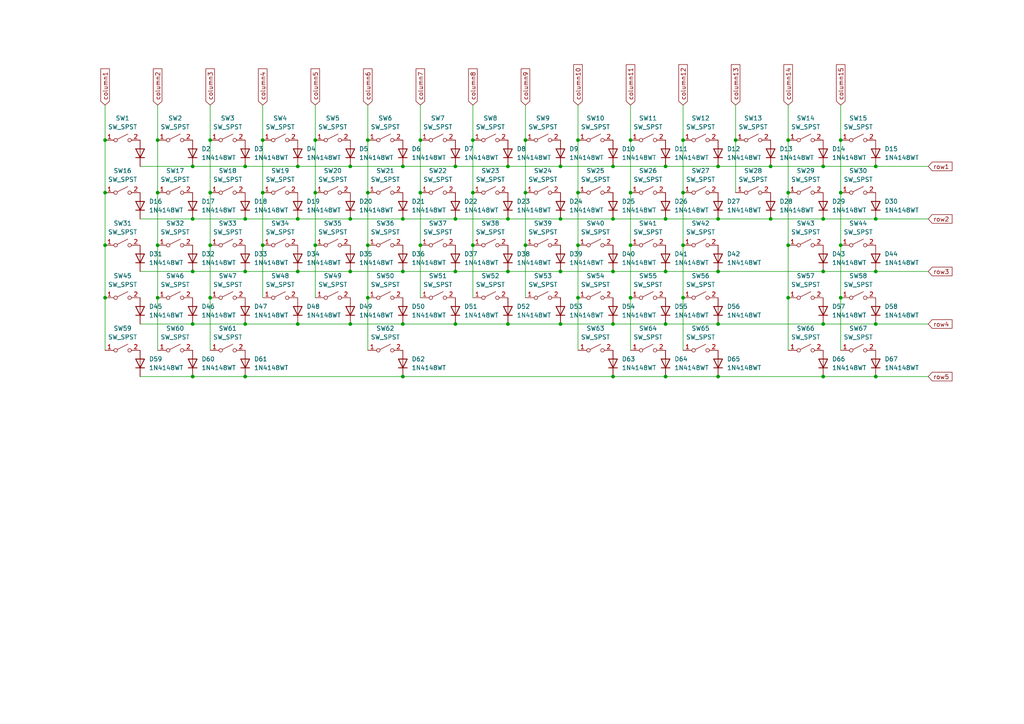
<source format=kicad_sch>
(kicad_sch (version 20250114) (generator "eeschema") (generator_version "9.0")
  (paper "A4")
  (junction (at 55.88 63.5))
  (junction (at 76.2 40.64))
  (junction (at 71.12 109.22))
  (junction (at 243.84 86.36))
  (junction (at 30.48 40.64))
  (junction (at 228.6 71.12))
  (junction (at 238.76 78.74))
  (junction (at 86.36 93.98))
  (junction (at 193.04 78.74))
  (junction (at 55.88 109.22))
  (junction (at 238.76 93.98))
  (junction (at 254 93.98))
  (junction (at 45.72 71.12))
  (junction (at 152.4 55.88))
  (junction (at 213.36 40.64))
  (junction (at 30.48 55.88))
  (junction (at 208.28 48.26))
  (junction (at 182.88 40.64))
  (junction (at 167.64 71.12))
  (junction (at 254 63.5))
  (junction (at 45.72 40.64))
  (junction (at 254 48.26))
  (junction (at 177.8 93.98))
  (junction (at 228.6 40.64))
  (junction (at 106.68 86.36))
  (junction (at 106.68 40.64))
  (junction (at 137.16 55.88))
  (junction (at 177.8 78.74))
  (junction (at 76.2 55.88))
  (junction (at 60.96 40.64))
  (junction (at 60.96 55.88))
  (junction (at 238.76 48.26))
  (junction (at 101.6 63.5))
  (junction (at 55.88 78.74))
  (junction (at 198.12 40.64))
  (junction (at 208.28 93.98))
  (junction (at 243.84 55.88))
  (junction (at 106.68 55.88))
  (junction (at 101.6 93.98))
  (junction (at 121.92 55.88))
  (junction (at 254 78.74))
  (junction (at 121.92 40.64))
  (junction (at 101.6 78.74))
  (junction (at 76.2 71.12))
  (junction (at 71.12 78.74))
  (junction (at 193.04 63.5))
  (junction (at 60.96 71.12))
  (junction (at 182.88 86.36))
  (junction (at 116.84 63.5))
  (junction (at 132.08 63.5))
  (junction (at 116.84 93.98))
  (junction (at 177.8 109.22))
  (junction (at 238.76 109.22))
  (junction (at 132.08 93.98))
  (junction (at 60.96 86.36))
  (junction (at 71.12 48.26))
  (junction (at 71.12 93.98))
  (junction (at 162.56 93.98))
  (junction (at 198.12 86.36))
  (junction (at 228.6 55.88))
  (junction (at 177.8 48.26))
  (junction (at 223.52 48.26))
  (junction (at 106.68 71.12))
  (junction (at 223.52 63.5))
  (junction (at 45.72 86.36))
  (junction (at 147.32 63.5))
  (junction (at 91.44 71.12))
  (junction (at 147.32 48.26))
  (junction (at 71.12 63.5))
  (junction (at 162.56 63.5))
  (junction (at 55.88 48.26))
  (junction (at 86.36 48.26))
  (junction (at 193.04 93.98))
  (junction (at 86.36 78.74))
  (junction (at 167.64 86.36))
  (junction (at 86.36 63.5))
  (junction (at 228.6 86.36))
  (junction (at 243.84 40.64))
  (junction (at 198.12 55.88))
  (junction (at 91.44 55.88))
  (junction (at 132.08 48.26))
  (junction (at 177.8 63.5))
  (junction (at 30.48 71.12))
  (junction (at 182.88 55.88))
  (junction (at 55.88 93.98))
  (junction (at 137.16 71.12))
  (junction (at 116.84 48.26))
  (junction (at 45.72 55.88))
  (junction (at 254 109.22))
  (junction (at 167.64 40.64))
  (junction (at 208.28 78.74))
  (junction (at 137.16 40.64))
  (junction (at 152.4 40.64))
  (junction (at 238.76 63.5))
  (junction (at 91.44 40.64))
  (junction (at 147.32 78.74))
  (junction (at 208.28 109.22))
  (junction (at 30.48 86.36))
  (junction (at 147.32 93.98))
  (junction (at 193.04 48.26))
  (junction (at 101.6 48.26))
  (junction (at 167.64 55.88))
  (junction (at 162.56 48.26))
  (junction (at 182.88 71.12))
  (junction (at 243.84 71.12))
  (junction (at 132.08 78.74))
  (junction (at 116.84 109.22))
  (junction (at 208.28 63.5))
  (junction (at 193.04 109.22))
  (junction (at 121.92 71.12))
  (junction (at 198.12 71.12))
  (junction (at 162.56 78.74))
  (junction (at 116.84 78.74))
  (junction (at 152.4 71.12))
  (no_connect (at -22.86 73.66))
  (wire (pts (xy 228.6 55.88) (xy 228.6 71.12)))
  (wire (pts (xy 86.36 48.26) (xy 101.6 48.26)))
  (wire (pts (xy 177.8 63.5) (xy 193.04 63.5)))
  (wire (pts (xy 60.96 30.48) (xy 60.96 40.64)))
  (wire (pts (xy 121.92 40.64) (xy 121.92 55.88)))
  (wire (pts (xy 40.64 48.26) (xy 55.88 48.26)))
  (wire (pts (xy 45.72 71.12) (xy 45.72 86.36)))
  (wire (pts (xy 198.12 55.88) (xy 198.12 71.12)))
  (wire (pts (xy 121.92 55.88) (xy 121.92 71.12)))
  (wire (pts (xy 71.12 93.98) (xy 86.36 93.98)))
  (wire (pts (xy 106.68 86.36) (xy 106.68 101.6)))
  (wire (pts (xy 243.84 71.12) (xy 243.84 86.36)))
  (wire (pts (xy 223.52 48.26) (xy 238.76 48.26)))
  (wire (pts (xy 162.56 63.5) (xy 177.8 63.5)))
  (wire (pts (xy 121.92 71.12) (xy 121.92 86.36)))
  (wire (pts (xy 71.12 63.5) (xy 86.36 63.5)))
  (wire (pts (xy 208.28 63.5) (xy 223.52 63.5)))
  (wire (pts (xy 193.04 78.74) (xy 208.28 78.74)))
  (wire (pts (xy 147.32 93.98) (xy 162.56 93.98)))
  (wire (pts (xy 40.64 78.74) (xy 55.88 78.74)))
  (wire (pts (xy 182.88 40.64) (xy 182.88 55.88)))
  (wire (pts (xy 71.12 109.22) (xy 116.84 109.22)))
  (wire (pts (xy 86.36 93.98) (xy 101.6 93.98)))
  (wire (pts (xy 223.52 63.5) (xy 238.76 63.5)))
  (wire (pts (xy 76.2 30.48) (xy 76.2 40.64)))
  (wire (pts (xy 208.28 93.98) (xy 238.76 93.98)))
  (wire (pts (xy 177.8 78.74) (xy 193.04 78.74)))
  (wire (pts (xy 162.56 93.98) (xy 177.8 93.98)))
  (wire (pts (xy 40.64 93.98) (xy 55.88 93.98)))
  (wire (pts (xy 106.68 71.12) (xy 106.68 86.36)))
  (wire (pts (xy 269.24 63.5) (xy 254 63.5)))
  (wire (pts (xy 76.2 71.12) (xy 76.2 86.36)))
  (wire (pts (xy 137.16 30.48) (xy 137.16 40.64)))
  (wire (pts (xy 177.8 48.26) (xy 193.04 48.26)))
  (wire (pts (xy 238.76 78.74) (xy 254 78.74)))
  (wire (pts (xy 167.64 30.48) (xy 167.64 40.64)))
  (wire (pts (xy 60.96 86.36) (xy 60.96 101.6)))
  (wire (pts (xy 137.16 55.88) (xy 137.16 71.12)))
  (wire (pts (xy 228.6 71.12) (xy 228.6 86.36)))
  (wire (pts (xy 137.16 40.64) (xy 137.16 55.88)))
  (wire (pts (xy 152.4 55.88) (xy 152.4 71.12)))
  (wire (pts (xy 60.96 40.64) (xy 60.96 55.88)))
  (wire (pts (xy 167.64 40.64) (xy 167.64 55.88)))
  (wire (pts (xy 55.88 93.98) (xy 71.12 93.98)))
  (wire (pts (xy 167.64 71.12) (xy 167.64 86.36)))
  (wire (pts (xy 228.6 86.36) (xy 228.6 101.6)))
  (wire (pts (xy 238.76 48.26) (xy 254 48.26)))
  (wire (pts (xy 71.12 48.26) (xy 86.36 48.26)))
  (wire (pts (xy 45.72 30.48) (xy 45.72 40.64)))
  (wire (pts (xy 198.12 30.48) (xy 198.12 40.64)))
  (wire (pts (xy 269.24 93.98) (xy 254 93.98)))
  (wire (pts (xy 91.44 71.12) (xy 91.44 86.36)))
  (wire (pts (xy 116.84 109.22) (xy 177.8 109.22)))
  (wire (pts (xy 101.6 93.98) (xy 116.84 93.98)))
  (wire (pts (xy 116.84 78.74) (xy 132.08 78.74)))
  (wire (pts (xy 30.48 86.36) (xy 30.48 101.6)))
  (wire (pts (xy 45.72 40.64) (xy 45.72 55.88)))
  (wire (pts (xy 76.2 55.88) (xy 76.2 71.12)))
  (wire (pts (xy 71.12 78.74) (xy 86.36 78.74)))
  (wire (pts (xy 40.64 109.22) (xy 55.88 109.22)))
  (wire (pts (xy 60.96 55.88) (xy 60.96 71.12)))
  (wire (pts (xy 147.32 63.5) (xy 162.56 63.5)))
  (wire (pts (xy 152.4 40.64) (xy 152.4 55.88)))
  (wire (pts (xy 60.96 71.12) (xy 60.96 86.36)))
  (wire (pts (xy 40.64 63.5) (xy 55.88 63.5)))
  (wire (pts (xy 243.84 30.48) (xy 243.84 40.64)))
  (wire (pts (xy 198.12 71.12) (xy 198.12 86.36)))
  (wire (pts (xy 193.04 48.26) (xy 208.28 48.26)))
  (wire (pts (xy 208.28 48.26) (xy 223.52 48.26)))
  (wire (pts (xy 116.84 63.5) (xy 132.08 63.5)))
  (wire (pts (xy 101.6 48.26) (xy 116.84 48.26)))
  (wire (pts (xy 193.04 93.98) (xy 208.28 93.98)))
  (wire (pts (xy 147.32 78.74) (xy 162.56 78.74)))
  (wire (pts (xy 193.04 63.5) (xy 208.28 63.5)))
  (wire (pts (xy 101.6 63.5) (xy 116.84 63.5)))
  (wire (pts (xy 243.84 40.64) (xy 243.84 55.88)))
  (wire (pts (xy 177.8 109.22) (xy 193.04 109.22)))
  (wire (pts (xy 137.16 71.12) (xy 137.16 86.36)))
  (wire (pts (xy 30.48 71.12) (xy 30.48 86.36)))
  (wire (pts (xy 213.36 30.48) (xy 213.36 40.64)))
  (wire (pts (xy 116.84 48.26) (xy 132.08 48.26)))
  (wire (pts (xy 182.88 55.88) (xy 182.88 71.12)))
  (wire (pts (xy 208.28 78.74) (xy 238.76 78.74)))
  (wire (pts (xy 162.56 48.26) (xy 177.8 48.26)))
  (wire (pts (xy 147.32 48.26) (xy 162.56 48.26)))
  (wire (pts (xy 177.8 93.98) (xy 193.04 93.98)))
  (wire (pts (xy 198.12 86.36) (xy 198.12 101.6)))
  (wire (pts (xy 182.88 30.48) (xy 182.88 40.64)))
  (wire (pts (xy 45.72 86.36) (xy 45.72 101.6)))
  (wire (pts (xy 167.64 86.36) (xy 167.64 101.6)))
  (wire (pts (xy 30.48 55.88) (xy 30.48 71.12)))
  (wire (pts (xy 152.4 71.12) (xy 152.4 86.36)))
  (wire (pts (xy 91.44 55.88) (xy 91.44 71.12)))
  (wire (pts (xy 238.76 109.22) (xy 254 109.22)))
  (wire (pts (xy 91.44 30.48) (xy 91.44 40.64)))
  (wire (pts (xy 86.36 78.74) (xy 101.6 78.74)))
  (wire (pts (xy 106.68 55.88) (xy 106.68 71.12)))
  (wire (pts (xy 45.72 55.88) (xy 45.72 71.12)))
  (wire (pts (xy 228.6 40.64) (xy 228.6 55.88)))
  (wire (pts (xy 30.48 30.48) (xy 30.48 40.64)))
  (wire (pts (xy 121.92 30.48) (xy 121.92 40.64)))
  (wire (pts (xy 193.04 109.22) (xy 208.28 109.22)))
  (wire (pts (xy 238.76 93.98) (xy 254 93.98)))
  (wire (pts (xy 116.84 93.98) (xy 132.08 93.98)))
  (wire (pts (xy 55.88 48.26) (xy 71.12 48.26)))
  (wire (pts (xy 132.08 78.74) (xy 147.32 78.74)))
  (wire (pts (xy 55.88 63.5) (xy 71.12 63.5)))
  (wire (pts (xy 162.56 78.74) (xy 177.8 78.74)))
  (wire (pts (xy 238.76 63.5) (xy 254 63.5)))
  (wire (pts (xy 55.88 109.22) (xy 71.12 109.22)))
  (wire (pts (xy 198.12 40.64) (xy 198.12 55.88)))
  (wire (pts (xy 182.88 71.12) (xy 182.88 86.36)))
  (wire (pts (xy 101.6 78.74) (xy 116.84 78.74)))
  (wire (pts (xy 269.24 78.74) (xy 254 78.74)))
  (wire (pts (xy 106.68 30.48) (xy 106.68 40.64)))
  (wire (pts (xy 228.6 30.48) (xy 228.6 40.64)))
  (wire (pts (xy 55.88 78.74) (xy 71.12 78.74)))
  (wire (pts (xy 86.36 63.5) (xy 101.6 63.5)))
  (wire (pts (xy 132.08 48.26) (xy 147.32 48.26)))
  (wire (pts (xy 152.4 30.48) (xy 152.4 40.64)))
  (wire (pts (xy 182.88 86.36) (xy 182.88 101.6)))
  (wire (pts (xy 243.84 86.36) (xy 243.84 101.6)))
  (wire (pts (xy 132.08 63.5) (xy 147.32 63.5)))
  (wire (pts (xy 30.48 40.64) (xy 30.48 55.88)))
  (wire (pts (xy 208.28 109.22) (xy 238.76 109.22)))
  (wire (pts (xy 167.64 55.88) (xy 167.64 71.12)))
  (wire (pts (xy 254 109.22) (xy 269.24 109.22)))
  (wire (pts (xy 76.2 40.64) (xy 76.2 55.88)))
  (wire (pts (xy 254 48.26) (xy 269.24 48.26)))
  (wire (pts (xy 132.08 93.98) (xy 147.32 93.98)))
  (wire (pts (xy 243.84 55.88) (xy 243.84 71.12)))
  (wire (pts (xy 91.44 40.64) (xy 91.44 55.88)))
  (wire (pts (xy 213.36 40.64) (xy 213.36 55.88)))
  (wire (pts (xy 106.68 40.64) (xy 106.68 55.88)))
  (global_label "column10" (shape input) (at 167.64 30.48 90) (property "Intersheetrefs" "${INTERSHEET_REFS}" (effects (hide yes))))
  (global_label "row2" (shape input) (at 269.24 63.5 0) (property "Intersheetrefs" "${INTERSHEET_REFS}" (effects (hide yes))))
  (global_label "column13" (shape input) (at 213.36 30.48 90) (property "Intersheetrefs" "${INTERSHEET_REFS}" (effects (hide yes))))
  (global_label "column3" (shape input) (at 60.96 30.48 90) (property "Intersheetrefs" "${INTERSHEET_REFS}" (effects (hide yes))))
  (global_label "column15" (shape input) (at 243.84 30.48 90) (property "Intersheetrefs" "${INTERSHEET_REFS}" (effects (hide yes))))
  (global_label "row3" (shape input) (at 269.24 78.74 0) (property "Intersheetrefs" "${INTERSHEET_REFS}" (effects (hide yes))))
  (global_label "column9" (shape input) (at 152.4 30.48 90) (property "Intersheetrefs" "${INTERSHEET_REFS}" (effects (hide yes))))
  (global_label "column2" (shape input) (at 45.72 30.48 90) (property "Intersheetrefs" "${INTERSHEET_REFS}" (effects (hide yes))))
  (global_label "column1" (shape input) (at 30.48 30.48 90) (property "Intersheetrefs" "${INTERSHEET_REFS}" (effects (hide yes))))
  (global_label "column11" (shape input) (at 182.88 30.48 90) (property "Intersheetrefs" "${INTERSHEET_REFS}" (effects (hide yes))))
  (global_label "column8" (shape input) (at 137.16 30.48 90) (property "Intersheetrefs" "${INTERSHEET_REFS}" (effects (hide yes))))
  (global_label "row1" (shape input) (at 269.24 48.26 0) (property "Intersheetrefs" "${INTERSHEET_REFS}" (effects (hide yes))))
  (global_label "row4" (shape input) (at 269.24 93.98 0) (property "Intersheetrefs" "${INTERSHEET_REFS}" (effects (hide yes))))
  (global_label "row5" (shape input) (at 269.24 109.22 0) (property "Intersheetrefs" "${INTERSHEET_REFS}" (effects (hide yes))))
  (global_label "column6" (shape input) (at 106.68 30.48 90) (property "Intersheetrefs" "${INTERSHEET_REFS}" (effects (hide yes))))
  (global_label "column5" (shape input) (at 91.44 30.48 90) (property "Intersheetrefs" "${INTERSHEET_REFS}" (effects (hide yes))))
  (global_label "column7" (shape input) (at 121.92 30.48 90) (property "Intersheetrefs" "${INTERSHEET_REFS}" (effects (hide yes))))
  (global_label "column12" (shape input) (at 198.12 30.48 90) (property "Intersheetrefs" "${INTERSHEET_REFS}" (effects (hide yes))))
  (global_label "column14" (shape input) (at 228.6 30.48 90) (property "Intersheetrefs" "${INTERSHEET_REFS}" (effects (hide yes))))
  (global_label "column4" (shape input) (at 76.2 30.48 90) (property "Intersheetrefs" "${INTERSHEET_REFS}" (effects (hide yes))))
  (symbol (lib_id "Switch:SW_SPST") (at 50.8 71.12 0) (unit 1)
    (property "Reference" "SW32" (at 50.8 64.77 0))
    (property "Value" "SW_SPST" (at 50.8 67.31 0))
    (property "Footprint" "extra footprints:Kailh_socket_PG1350" (effects (hide yes)))
    (property "Description" "Single Pole Single Throw (SPST) switch" (effects (hide yes)))
  )
  (symbol (lib_id "Switch:SW_SPST") (at 127 55.88 0) (unit 1)
    (property "Reference" "SW22" (at 127 49.53 0))
    (property "Value" "SW_SPST" (at 127 52.07 0))
    (property "Footprint" "extra footprints:Kailh_socket_PG1350" (effects (hide yes)))
    (property "Description" "Single Pole Single Throw (SPST) switch" (effects (hide yes)))
  )
  (symbol (lib_id "Switch:SW_SPST") (at 142.24 55.88 0) (unit 1)
    (property "Reference" "SW23" (at 142.24 49.53 0))
    (property "Value" "SW_SPST" (at 142.24 52.07 0))
    (property "Footprint" "extra footprints:Kailh_socket_PG1350" (effects (hide yes)))
    (property "Description" "Single Pole Single Throw (SPST) switch" (effects (hide yes)))
  )
  (symbol (lib_id "Switch:SW_SPST") (at 157.48 86.36 0) (unit 1)
    (property "Reference" "SW53" (at 157.48 80.01 0))
    (property "Value" "SW_SPST" (at 157.48 82.55 0))
    (property "Footprint" "extra footprints:Kailh_socket_PG1350" (effects (hide yes)))
    (property "Description" "Single Pole Single Throw (SPST) switch" (effects (hide yes)))
  )
  (symbol (lib_id "Diode:1N4148WT") (at 223.52 59.69 90) (unit 1)
    (property "Reference" "D28" (at 226.06 58.4199 90) (effects (justify right)))
    (property "Value" "1N4148WT" (at 226.06 60.9599 90) (effects (justify right)))
    (property "Footprint" "Diode_SMD:D_SOD-523" (effects (hide yes)))
    (property "Datasheet" "https://www.diodes.com/assets/Datasheets/ds30396.pdf" (effects (hide yes)))
    (property "Description" "75V 0.15A Fast switching Diode, SOD-523" (effects (hide yes)))
    (property "Sim.Device" "D" (effects (hide yes)))
    (property "Sim.Pins" "1=K 2=A" (effects (hide yes)))
  )
  (symbol (lib_id "Diode:1N4148WT") (at 40.64 105.41 90) (unit 1)
    (property "Reference" "D59" (at 43.18 104.1399 90) (effects (justify right)))
    (property "Value" "1N4148WT" (at 43.18 106.6799 90) (effects (justify right)))
    (property "Footprint" "Diode_SMD:D_SOD-523" (effects (hide yes)))
    (property "Datasheet" "https://www.diodes.com/assets/Datasheets/ds30396.pdf" (effects (hide yes)))
    (property "Description" "75V 0.15A Fast switching Diode, SOD-523" (effects (hide yes)))
    (property "Sim.Device" "D" (effects (hide yes)))
    (property "Sim.Pins" "1=K 2=A" (effects (hide yes)))
  )
  (symbol (lib_id "Switch:SW_SPST") (at 35.56 101.6 0) (unit 1)
    (property "Reference" "SW59" (at 35.56 95.25 0))
    (property "Value" "SW_SPST" (at 35.56 97.79 0))
    (property "Footprint" "extra footprints:Kailh_socket_PG1350" (effects (hide yes)))
    (property "Description" "Single Pole Single Throw (SPST) switch" (effects (hide yes)))
  )
  (symbol (lib_id "Switch:SW_SPST") (at 50.8 40.64 0) (unit 1)
    (property "Reference" "SW2" (at 50.8 34.29 0))
    (property "Value" "SW_SPST" (at 50.8 36.83 0))
    (property "Footprint" "extra footprints:Kailh_socket_PG1350" (effects (hide yes)))
    (property "Description" "Single Pole Single Throw (SPST) switch" (effects (hide yes)))
  )
  (symbol (lib_id "Switch:SW_SPST") (at 233.68 71.12 0) (unit 1)
    (property "Reference" "SW43" (at 233.68 64.77 0))
    (property "Value" "SW_SPST" (at 233.68 67.31 0))
    (property "Footprint" "extra footprints:Kailh_socket_PG1350" (effects (hide yes)))
    (property "Description" "Single Pole Single Throw (SPST) switch" (effects (hide yes)))
  )
  (symbol (lib_id "Diode:1N4148WT") (at 116.84 90.17 90) (unit 1)
    (property "Reference" "D50" (at 119.38 88.8999 90) (effects (justify right)))
    (property "Value" "1N4148WT" (at 119.38 91.4399 90) (effects (justify right)))
    (property "Footprint" "Diode_SMD:D_SOD-523" (effects (hide yes)))
    (property "Datasheet" "https://www.diodes.com/assets/Datasheets/ds30396.pdf" (effects (hide yes)))
    (property "Description" "75V 0.15A Fast switching Diode, SOD-523" (effects (hide yes)))
    (property "Sim.Device" "D" (effects (hide yes)))
    (property "Sim.Pins" "1=K 2=A" (effects (hide yes)))
  )
  (symbol (lib_id "Diode:1N4148WT") (at 193.04 105.41 90) (unit 1)
    (property "Reference" "D64" (at 195.58 104.1399 90) (effects (justify right)))
    (property "Value" "1N4148WT" (at 195.58 106.6799 90) (effects (justify right)))
    (property "Footprint" "Diode_SMD:D_SOD-523" (effects (hide yes)))
    (property "Datasheet" "https://www.diodes.com/assets/Datasheets/ds30396.pdf" (effects (hide yes)))
    (property "Description" "75V 0.15A Fast switching Diode, SOD-523" (effects (hide yes)))
    (property "Sim.Device" "D" (effects (hide yes)))
    (property "Sim.Pins" "1=K 2=A" (effects (hide yes)))
  )
  (symbol (lib_id "Diode:1N4148WT") (at 147.32 44.45 90) (unit 1)
    (property "Reference" "D8" (at 149.86 43.1799 90) (effects (justify right)))
    (property "Value" "1N4148WT" (at 149.86 45.7199 90) (effects (justify right)))
    (property "Footprint" "Diode_SMD:D_SOD-523" (effects (hide yes)))
    (property "Datasheet" "https://www.diodes.com/assets/Datasheets/ds30396.pdf" (effects (hide yes)))
    (property "Description" "75V 0.15A Fast switching Diode, SOD-523" (effects (hide yes)))
    (property "Sim.Device" "D" (effects (hide yes)))
    (property "Sim.Pins" "1=K 2=A" (effects (hide yes)))
  )
  (symbol (lib_id "Diode:1N4148WT") (at 71.12 105.41 90) (unit 1)
    (property "Reference" "D61" (at 73.66 104.1399 90) (effects (justify right)))
    (property "Value" "1N4148WT" (at 73.66 106.6799 90) (effects (justify right)))
    (property "Footprint" "Diode_SMD:D_SOD-523" (effects (hide yes)))
    (property "Datasheet" "https://www.diodes.com/assets/Datasheets/ds30396.pdf" (effects (hide yes)))
    (property "Description" "75V 0.15A Fast switching Diode, SOD-523" (effects (hide yes)))
    (property "Sim.Device" "D" (effects (hide yes)))
    (property "Sim.Pins" "1=K 2=A" (effects (hide yes)))
  )
  (symbol (lib_id "Switch:SW_SPST") (at 111.76 86.36 0) (unit 1)
    (property "Reference" "SW50" (at 111.76 80.01 0))
    (property "Value" "SW_SPST" (at 111.76 82.55 0))
    (property "Footprint" "extra footprints:Kailh_socket_PG1350" (effects (hide yes)))
    (property "Description" "Single Pole Single Throw (SPST) switch" (effects (hide yes)))
  )
  (symbol (lib_id "Switch:SW_SPST") (at 127 86.36 0) (unit 1)
    (property "Reference" "SW51" (at 127 80.01 0))
    (property "Value" "SW_SPST" (at 127 82.55 0))
    (property "Footprint" "extra footprints:Kailh_socket_PG1350" (effects (hide yes)))
    (property "Description" "Single Pole Single Throw (SPST) switch" (effects (hide yes)))
  )
  (symbol (lib_id "Diode:1N4148WT") (at 86.36 74.93 90) (unit 1)
    (property "Reference" "D34" (at 88.9 73.6599 90) (effects (justify right)))
    (property "Value" "1N4148WT" (at 88.9 76.1999 90) (effects (justify right)))
    (property "Footprint" "Diode_SMD:D_SOD-523" (effects (hide yes)))
    (property "Datasheet" "https://www.diodes.com/assets/Datasheets/ds30396.pdf" (effects (hide yes)))
    (property "Description" "75V 0.15A Fast switching Diode, SOD-523" (effects (hide yes)))
    (property "Sim.Device" "D" (effects (hide yes)))
    (property "Sim.Pins" "1=K 2=A" (effects (hide yes)))
  )
  (symbol (lib_id "Switch:SW_SPST") (at 142.24 86.36 0) (unit 1)
    (property "Reference" "SW52" (at 142.24 80.01 0))
    (property "Value" "SW_SPST" (at 142.24 82.55 0))
    (property "Footprint" "extra footprints:Kailh_socket_PG1350" (effects (hide yes)))
    (property "Description" "Single Pole Single Throw (SPST) switch" (effects (hide yes)))
  )
  (symbol (lib_id "Switch:SW_SPST") (at 172.72 71.12 0) (unit 1)
    (property "Reference" "SW40" (at 172.72 64.77 0))
    (property "Value" "SW_SPST" (at 172.72 67.31 0))
    (property "Footprint" "extra footprints:Kailh_socket_PG1350" (effects (hide yes)))
    (property "Description" "Single Pole Single Throw (SPST) switch" (effects (hide yes)))
  )
  (symbol (lib_id "Diode:1N4148WT") (at 40.64 74.93 90) (unit 1)
    (property "Reference" "D31" (at 43.18 73.6599 90) (effects (justify right)))
    (property "Value" "1N4148WT" (at 43.18 76.1999 90) (effects (justify right)))
    (property "Footprint" "Diode_SMD:D_SOD-523" (effects (hide yes)))
    (property "Datasheet" "https://www.diodes.com/assets/Datasheets/ds30396.pdf" (effects (hide yes)))
    (property "Description" "75V 0.15A Fast switching Diode, SOD-523" (effects (hide yes)))
    (property "Sim.Device" "D" (effects (hide yes)))
    (property "Sim.Pins" "1=K 2=A" (effects (hide yes)))
  )
  (symbol (lib_id "Switch:SW_SPST") (at 96.52 86.36 0) (unit 1)
    (property "Reference" "SW49" (at 96.52 80.01 0))
    (property "Value" "SW_SPST" (at 96.52 82.55 0))
    (property "Footprint" "extra footprints:Kailh_socket_PG1350" (effects (hide yes)))
    (property "Description" "Single Pole Single Throw (SPST) switch" (effects (hide yes)))
  )
  (symbol (lib_id "Diode:1N4148WT") (at 55.88 105.41 90) (unit 1)
    (property "Reference" "D60" (at 58.42 104.1399 90) (effects (justify right)))
    (property "Value" "1N4148WT" (at 58.42 106.6799 90) (effects (justify right)))
    (property "Footprint" "Diode_SMD:D_SOD-523" (effects (hide yes)))
    (property "Datasheet" "https://www.diodes.com/assets/Datasheets/ds30396.pdf" (effects (hide yes)))
    (property "Description" "75V 0.15A Fast switching Diode, SOD-523" (effects (hide yes)))
    (property "Sim.Device" "D" (effects (hide yes)))
    (property "Sim.Pins" "1=K 2=A" (effects (hide yes)))
  )
  (symbol (lib_id "Switch:SW_SPST") (at 142.24 40.64 0) (unit 1)
    (property "Reference" "SW8" (at 142.24 34.29 0))
    (property "Value" "SW_SPST" (at 142.24 36.83 0))
    (property "Footprint" "extra footprints:Kailh_socket_PG1350" (effects (hide yes)))
    (property "Description" "Single Pole Single Throw (SPST) switch" (effects (hide yes)))
  )
  (symbol (lib_id "Switch:SW_SPST") (at 218.44 55.88 0) (unit 1)
    (property "Reference" "SW28" (at 218.44 49.53 0))
    (property "Value" "SW_SPST" (at 218.44 52.07 0))
    (property "Footprint" "extra footprints:Kailh_socket_PG1350" (effects (hide yes)))
    (property "Description" "Single Pole Single Throw (SPST) switch" (effects (hide yes)))
  )
  (symbol (lib_id "Diode:1N4148WT") (at 238.76 44.45 90) (unit 1)
    (property "Reference" "D14" (at 241.3 43.1799 90) (effects (justify right)))
    (property "Value" "1N4148WT" (at 241.3 45.7199 90) (effects (justify right)))
    (property "Footprint" "Diode_SMD:D_SOD-523" (effects (hide yes)))
    (property "Datasheet" "https://www.diodes.com/assets/Datasheets/ds30396.pdf" (effects (hide yes)))
    (property "Description" "75V 0.15A Fast switching Diode, SOD-523" (effects (hide yes)))
    (property "Sim.Device" "D" (effects (hide yes)))
    (property "Sim.Pins" "1=K 2=A" (effects (hide yes)))
  )
  (symbol (lib_id "Switch:SW_SPST") (at 157.48 55.88 0) (unit 1)
    (property "Reference" "SW24" (at 157.48 49.53 0))
    (property "Value" "SW_SPST" (at 157.48 52.07 0))
    (property "Footprint" "extra footprints:Kailh_socket_PG1350" (effects (hide yes)))
    (property "Description" "Single Pole Single Throw (SPST) switch" (effects (hide yes)))
  )
  (symbol (lib_id "Diode:1N4148WT") (at 55.88 59.69 90) (unit 1)
    (property "Reference" "D17" (at 58.42 58.4199 90) (effects (justify right)))
    (property "Value" "1N4148WT" (at 58.42 60.9599 90) (effects (justify right)))
    (property "Footprint" "Diode_SMD:D_SOD-523" (effects (hide yes)))
    (property "Datasheet" "https://www.diodes.com/assets/Datasheets/ds30396.pdf" (effects (hide yes)))
    (property "Description" "75V 0.15A Fast switching Diode, SOD-523" (effects (hide yes)))
    (property "Sim.Device" "D" (effects (hide yes)))
    (property "Sim.Pins" "1=K 2=A" (effects (hide yes)))
  )
  (symbol (lib_id "Switch:SW_SPST") (at 111.76 40.64 0) (unit 1)
    (property "Reference" "SW6" (at 111.76 34.29 0))
    (property "Value" "SW_SPST" (at 111.76 36.83 0))
    (property "Footprint" "extra footprints:Kailh_socket_PG1350" (effects (hide yes)))
    (property "Description" "Single Pole Single Throw (SPST) switch" (effects (hide yes)))
  )
  (symbol (lib_id "Switch:SW_SPST") (at 35.56 40.64 0) (unit 1)
    (property "Reference" "SW1" (at 35.56 34.29 0))
    (property "Value" "SW_SPST" (at 35.56 36.83 0))
    (property "Footprint" "extra footprints:Kailh_socket_PG1350" (effects (hide yes)))
    (property "Description" "Single Pole Single Throw (SPST) switch" (effects (hide yes)))
  )
  (symbol (lib_id "Switch:SW_SPST") (at 66.04 40.64 0) (unit 1)
    (property "Reference" "SW3" (at 66.04 34.29 0))
    (property "Value" "SW_SPST" (at 66.04 36.83 0))
    (property "Footprint" "extra footprints:Kailh_socket_PG1350" (effects (hide yes)))
    (property "Description" "Single Pole Single Throw (SPST) switch" (effects (hide yes)))
  )
  (symbol (lib_id "Diode:1N4148WT") (at 254 74.93 90) (unit 1)
    (property "Reference" "D44" (at 256.54 73.6599 90) (effects (justify right)))
    (property "Value" "1N4148WT" (at 256.54 76.1999 90) (effects (justify right)))
    (property "Footprint" "Diode_SMD:D_SOD-523" (effects (hide yes)))
    (property "Datasheet" "https://www.diodes.com/assets/Datasheets/ds30396.pdf" (effects (hide yes)))
    (property "Description" "75V 0.15A Fast switching Diode, SOD-523" (effects (hide yes)))
    (property "Sim.Device" "D" (effects (hide yes)))
    (property "Sim.Pins" "1=K 2=A" (effects (hide yes)))
  )
  (symbol (lib_id "Switch:SW_SPST") (at 203.2 71.12 0) (unit 1)
    (property "Reference" "SW42" (at 203.2 64.77 0))
    (property "Value" "SW_SPST" (at 203.2 67.31 0))
    (property "Footprint" "extra footprints:Kailh_socket_PG1350" (effects (hide yes)))
    (property "Description" "Single Pole Single Throw (SPST) switch" (effects (hide yes)))
  )
  (symbol (lib_id "Switch:SW_SPST") (at 248.92 40.64 0) (unit 1)
    (property "Reference" "SW15" (at 248.92 34.29 0))
    (property "Value" "SW_SPST" (at 248.92 36.83 0))
    (property "Footprint" "extra footprints:Kailh_socket_PG1350" (effects (hide yes)))
    (property "Description" "Single Pole Single Throw (SPST) switch" (effects (hide yes)))
  )
  (symbol (lib_id "Switch:SW_SPST") (at 127 40.64 0) (unit 1)
    (property "Reference" "SW7" (at 127 34.29 0))
    (property "Value" "SW_SPST" (at 127 36.83 0))
    (property "Footprint" "extra footprints:Kailh_socket_PG1350" (effects (hide yes)))
    (property "Description" "Single Pole Single Throw (SPST) switch" (effects (hide yes)))
  )
  (symbol (lib_id "Diode:1N4148WT") (at 162.56 44.45 90) (unit 1)
    (property "Reference" "D9" (at 165.1 43.1799 90) (effects (justify right)))
    (property "Value" "1N4148WT" (at 165.1 45.7199 90) (effects (justify right)))
    (property "Footprint" "Diode_SMD:D_SOD-523" (effects (hide yes)))
    (property "Datasheet" "https://www.diodes.com/assets/Datasheets/ds30396.pdf" (effects (hide yes)))
    (property "Description" "75V 0.15A Fast switching Diode, SOD-523" (effects (hide yes)))
    (property "Sim.Device" "D" (effects (hide yes)))
    (property "Sim.Pins" "1=K 2=A" (effects (hide yes)))
  )
  (symbol (lib_id "Switch:SW_SPST") (at 127 71.12 0) (unit 1)
    (property "Reference" "SW37" (at 127 64.77 0))
    (property "Value" "SW_SPST" (at 127 67.31 0))
    (property "Footprint" "extra footprints:Kailh_socket_PG1350" (effects (hide yes)))
    (property "Description" "Single Pole Single Throw (SPST) switch" (effects (hide yes)))
  )
  (symbol (lib_id "Switch:SW_SPST") (at 111.76 71.12 0) (unit 1)
    (property "Reference" "SW36" (at 111.76 64.77 0))
    (property "Value" "SW_SPST" (at 111.76 67.31 0))
    (property "Footprint" "extra footprints:Kailh_socket_PG1350" (effects (hide yes)))
    (property "Description" "Single Pole Single Throw (SPST) switch" (effects (hide yes)))
  )
  (symbol (lib_id "Diode:1N4148WT") (at 254 105.41 90) (unit 1)
    (property "Reference" "D67" (at 256.54 104.1399 90) (effects (justify right)))
    (property "Value" "1N4148WT" (at 256.54 106.6799 90) (effects (justify right)))
    (property "Footprint" "Diode_SMD:D_SOD-523" (effects (hide yes)))
    (property "Datasheet" "https://www.diodes.com/assets/Datasheets/ds30396.pdf" (effects (hide yes)))
    (property "Description" "75V 0.15A Fast switching Diode, SOD-523" (effects (hide yes)))
    (property "Sim.Device" "D" (effects (hide yes)))
    (property "Sim.Pins" "1=K 2=A" (effects (hide yes)))
  )
  (symbol (lib_id "Diode:1N4148WT") (at 177.8 105.41 90) (unit 1)
    (property "Reference" "D63" (at 180.34 104.1399 90) (effects (justify right)))
    (property "Value" "1N4148WT" (at 180.34 106.6799 90) (effects (justify right)))
    (property "Footprint" "Diode_SMD:D_SOD-523" (effects (hide yes)))
    (property "Datasheet" "https://www.diodes.com/assets/Datasheets/ds30396.pdf" (effects (hide yes)))
    (property "Description" "75V 0.15A Fast switching Diode, SOD-523" (effects (hide yes)))
    (property "Sim.Device" "D" (effects (hide yes)))
    (property "Sim.Pins" "1=K 2=A" (effects (hide yes)))
  )
  (symbol (lib_id "Diode:1N4148WT") (at 116.84 105.41 90) (unit 1)
    (property "Reference" "D62" (at 119.38 104.1399 90) (effects (justify right)))
    (property "Value" "1N4148WT" (at 119.38 106.6799 90) (effects (justify right)))
    (property "Footprint" "Diode_SMD:D_SOD-523" (effects (hide yes)))
    (property "Datasheet" "https://www.diodes.com/assets/Datasheets/ds30396.pdf" (effects (hide yes)))
    (property "Description" "75V 0.15A Fast switching Diode, SOD-523" (effects (hide yes)))
    (property "Sim.Device" "D" (effects (hide yes)))
    (property "Sim.Pins" "1=K 2=A" (effects (hide yes)))
  )
  (symbol (lib_id "Switch:SW_SPST") (at 203.2 40.64 0) (unit 1)
    (property "Reference" "SW12" (at 203.2 34.29 0))
    (property "Value" "SW_SPST" (at 203.2 36.83 0))
    (property "Footprint" "extra footprints:Kailh_socket_PG1350" (effects (hide yes)))
    (property "Description" "Single Pole Single Throw (SPST) switch" (effects (hide yes)))
  )
  (symbol (lib_id "Diode:1N4148WT") (at 223.52 44.45 90) (unit 1)
    (property "Reference" "D13" (at 226.06 43.1799 90) (effects (justify right)))
    (property "Value" "1N4148WT" (at 226.06 45.7199 90) (effects (justify right)))
    (property "Footprint" "Diode_SMD:D_SOD-523" (effects (hide yes)))
    (property "Datasheet" "https://www.diodes.com/assets/Datasheets/ds30396.pdf" (effects (hide yes)))
    (property "Description" "75V 0.15A Fast switching Diode, SOD-523" (effects (hide yes)))
    (property "Sim.Device" "D" (effects (hide yes)))
    (property "Sim.Pins" "1=K 2=A" (effects (hide yes)))
  )
  (symbol (lib_id "Diode:1N4148WT") (at 86.36 90.17 90) (unit 1)
    (property "Reference" "D48" (at 88.9 88.8999 90) (effects (justify right)))
    (property "Value" "1N4148WT" (at 88.9 91.4399 90) (effects (justify right)))
    (property "Footprint" "Diode_SMD:D_SOD-523" (effects (hide yes)))
    (property "Datasheet" "https://www.diodes.com/assets/Datasheets/ds30396.pdf" (effects (hide yes)))
    (property "Description" "75V 0.15A Fast switching Diode, SOD-523" (effects (hide yes)))
    (property "Sim.Device" "D" (effects (hide yes)))
    (property "Sim.Pins" "1=K 2=A" (effects (hide yes)))
  )
  (symbol (lib_id "Diode:1N4148WT") (at 116.84 59.69 90) (unit 1)
    (property "Reference" "D21" (at 119.38 58.4199 90) (effects (justify right)))
    (property "Value" "1N4148WT" (at 119.38 60.9599 90) (effects (justify right)))
    (property "Footprint" "Diode_SMD:D_SOD-523" (effects (hide yes)))
    (property "Datasheet" "https://www.diodes.com/assets/Datasheets/ds30396.pdf" (effects (hide yes)))
    (property "Description" "75V 0.15A Fast switching Diode, SOD-523" (effects (hide yes)))
    (property "Sim.Device" "D" (effects (hide yes)))
    (property "Sim.Pins" "1=K 2=A" (effects (hide yes)))
  )
  (symbol (lib_id "Diode:1N4148WT") (at 177.8 59.69 90) (unit 1)
    (property "Reference" "D25" (at 180.34 58.4199 90) (effects (justify right)))
    (property "Value" "1N4148WT" (at 180.34 60.9599 90) (effects (justify right)))
    (property "Footprint" "Diode_SMD:D_SOD-523" (effects (hide yes)))
    (property "Datasheet" "https://www.diodes.com/assets/Datasheets/ds30396.pdf" (effects (hide yes)))
    (property "Description" "75V 0.15A Fast switching Diode, SOD-523" (effects (hide yes)))
    (property "Sim.Device" "D" (effects (hide yes)))
    (property "Sim.Pins" "1=K 2=A" (effects (hide yes)))
  )
  (symbol (lib_id "Switch:SW_SPST") (at 96.52 55.88 0) (unit 1)
    (property "Reference" "SW20" (at 96.52 49.53 0))
    (property "Value" "SW_SPST" (at 96.52 52.07 0))
    (property "Footprint" "extra footprints:Kailh_socket_PG1350" (effects (hide yes)))
    (property "Description" "Single Pole Single Throw (SPST) switch" (effects (hide yes)))
  )
  (symbol (lib_id "Switch:SW_SPST") (at 248.92 86.36 0) (unit 1)
    (property "Reference" "SW58" (at 248.92 80.01 0))
    (property "Value" "SW_SPST" (at 248.92 82.55 0))
    (property "Footprint" "extra footprints:Kailh_socket_PG1350" (effects (hide yes)))
    (property "Description" "Single Pole Single Throw (SPST) switch" (effects (hide yes)))
  )
  (symbol (lib_id "Switch:SW_SPST") (at 187.96 101.6 0) (unit 1)
    (property "Reference" "SW64" (at 187.96 95.25 0))
    (property "Value" "SW_SPST" (at 187.96 97.79 0))
    (property "Footprint" "extra footprints:Kailh_socket_PG1350" (effects (hide yes)))
    (property "Description" "Single Pole Single Throw (SPST) switch" (effects (hide yes)))
  )
  (symbol (lib_id "Diode:1N4148WT") (at 71.12 59.69 90) (unit 1)
    (property "Reference" "D18" (at 73.66 58.4199 90) (effects (justify right)))
    (property "Value" "1N4148WT" (at 73.66 60.9599 90) (effects (justify right)))
    (property "Footprint" "Diode_SMD:D_SOD-523" (effects (hide yes)))
    (property "Datasheet" "https://www.diodes.com/assets/Datasheets/ds30396.pdf" (effects (hide yes)))
    (property "Description" "75V 0.15A Fast switching Diode, SOD-523" (effects (hide yes)))
    (property "Sim.Device" "D" (effects (hide yes)))
    (property "Sim.Pins" "1=K 2=A" (effects (hide yes)))
  )
  (symbol (lib_id "Diode:1N4148WT") (at 177.8 74.93 90) (unit 1)
    (property "Reference" "D40" (at 180.34 73.6599 90) (effects (justify right)))
    (property "Value" "1N4148WT" (at 180.34 76.1999 90) (effects (justify right)))
    (property "Footprint" "Diode_SMD:D_SOD-523" (effects (hide yes)))
    (property "Datasheet" "https://www.diodes.com/assets/Datasheets/ds30396.pdf" (effects (hide yes)))
    (property "Description" "75V 0.15A Fast switching Diode, SOD-523" (effects (hide yes)))
    (property "Sim.Device" "D" (effects (hide yes)))
    (property "Sim.Pins" "1=K 2=A" (effects (hide yes)))
  )
  (symbol (lib_id "Switch:SW_SPST") (at 172.72 55.88 0) (unit 1)
    (property "Reference" "SW25" (at 172.72 49.53 0))
    (property "Value" "SW_SPST" (at 172.72 52.07 0))
    (property "Footprint" "extra footprints:Kailh_socket_PG1350" (effects (hide yes)))
    (property "Description" "Single Pole Single Throw (SPST) switch" (effects (hide yes)))
  )
  (symbol (lib_id "Diode:1N4148WT") (at 193.04 74.93 90) (unit 1)
    (property "Reference" "D41" (at 195.58 73.6599 90) (effects (justify right)))
    (property "Value" "1N4148WT" (at 195.58 76.1999 90) (effects (justify right)))
    (property "Footprint" "Diode_SMD:D_SOD-523" (effects (hide yes)))
    (property "Datasheet" "https://www.diodes.com/assets/Datasheets/ds30396.pdf" (effects (hide yes)))
    (property "Description" "75V 0.15A Fast switching Diode, SOD-523" (effects (hide yes)))
    (property "Sim.Device" "D" (effects (hide yes)))
    (property "Sim.Pins" "1=K 2=A" (effects (hide yes)))
  )
  (symbol (lib_id "Diode:1N4148WT") (at 71.12 74.93 90) (unit 1)
    (property "Reference" "D33" (at 73.66 73.6599 90) (effects (justify right)))
    (property "Value" "1N4148WT" (at 73.66 76.1999 90) (effects (justify right)))
    (property "Footprint" "Diode_SMD:D_SOD-523" (effects (hide yes)))
    (property "Datasheet" "https://www.diodes.com/assets/Datasheets/ds30396.pdf" (effects (hide yes)))
    (property "Description" "75V 0.15A Fast switching Diode, SOD-523" (effects (hide yes)))
    (property "Sim.Device" "D" (effects (hide yes)))
    (property "Sim.Pins" "1=K 2=A" (effects (hide yes)))
  )
  (symbol (lib_id "Switch:SW_SPST") (at 81.28 40.64 0) (unit 1)
    (property "Reference" "SW4" (at 81.28 34.29 0))
    (property "Value" "SW_SPST" (at 81.28 36.83 0))
    (property "Footprint" "extra footprints:Kailh_socket_PG1350" (effects (hide yes)))
    (property "Description" "Single Pole Single Throw (SPST) switch" (effects (hide yes)))
  )
  (symbol (lib_id "Switch:SW_SPST") (at 187.96 71.12 0) (unit 1)
    (property "Reference" "SW41" (at 187.96 64.77 0))
    (property "Value" "SW_SPST" (at 187.96 67.31 0))
    (property "Footprint" "extra footprints:Kailh_socket_PG1350" (effects (hide yes)))
    (property "Description" "Single Pole Single Throw (SPST) switch" (effects (hide yes)))
  )
  (symbol (lib_id "Diode:1N4148WT") (at 208.28 105.41 90) (unit 1)
    (property "Reference" "D65" (at 210.82 104.1399 90) (effects (justify right)))
    (property "Value" "1N4148WT" (at 210.82 106.6799 90) (effects (justify right)))
    (property "Footprint" "Diode_SMD:D_SOD-523" (effects (hide yes)))
    (property "Datasheet" "https://www.diodes.com/assets/Datasheets/ds30396.pdf" (effects (hide yes)))
    (property "Description" "75V 0.15A Fast switching Diode, SOD-523" (effects (hide yes)))
    (property "Sim.Device" "D" (effects (hide yes)))
    (property "Sim.Pins" "1=K 2=A" (effects (hide yes)))
  )
  (symbol (lib_id "Diode:1N4148WT") (at 238.76 105.41 90) (unit 1)
    (property "Reference" "D66" (at 241.3 104.1399 90) (effects (justify right)))
    (property "Value" "1N4148WT" (at 241.3 106.6799 90) (effects (justify right)))
    (property "Footprint" "Diode_SMD:D_SOD-523" (effects (hide yes)))
    (property "Datasheet" "https://www.diodes.com/assets/Datasheets/ds30396.pdf" (effects (hide yes)))
    (property "Description" "75V 0.15A Fast switching Diode, SOD-523" (effects (hide yes)))
    (property "Sim.Device" "D" (effects (hide yes)))
    (property "Sim.Pins" "1=K 2=A" (effects (hide yes)))
  )
  (symbol (lib_id "Switch:SW_SPST") (at 203.2 55.88 0) (unit 1)
    (property "Reference" "SW27" (at 203.2 49.53 0))
    (property "Value" "SW_SPST" (at 203.2 52.07 0))
    (property "Footprint" "extra footprints:Kailh_socket_PG1350" (effects (hide yes)))
    (property "Description" "Single Pole Single Throw (SPST) switch" (effects (hide yes)))
  )
  (symbol (lib_id "Switch:SW_SPST") (at 81.28 71.12 0) (unit 1)
    (property "Reference" "SW34" (at 81.28 64.77 0))
    (property "Value" "SW_SPST" (at 81.28 67.31 0))
    (property "Footprint" "extra footprints:Kailh_socket_PG1350" (effects (hide yes)))
    (property "Description" "Single Pole Single Throw (SPST) switch" (effects (hide yes)))
  )
  (symbol (lib_id "Switch:SW_SPST") (at 157.48 71.12 0) (unit 1)
    (property "Reference" "SW39" (at 157.48 64.77 0))
    (property "Value" "SW_SPST" (at 157.48 67.31 0))
    (property "Footprint" "extra footprints:Kailh_socket_PG1350" (effects (hide yes)))
    (property "Description" "Single Pole Single Throw (SPST) switch" (effects (hide yes)))
  )
  (symbol (lib_id "Diode:1N4148WT") (at 116.84 74.93 90) (unit 1)
    (property "Reference" "D36" (at 119.38 73.6599 90) (effects (justify right)))
    (property "Value" "1N4148WT" (at 119.38 76.1999 90) (effects (justify right)))
    (property "Footprint" "Diode_SMD:D_SOD-523" (effects (hide yes)))
    (property "Datasheet" "https://www.diodes.com/assets/Datasheets/ds30396.pdf" (effects (hide yes)))
    (property "Description" "75V 0.15A Fast switching Diode, SOD-523" (effects (hide yes)))
    (property "Sim.Device" "D" (effects (hide yes)))
    (property "Sim.Pins" "1=K 2=A" (effects (hide yes)))
  )
  (symbol (lib_id "Diode:1N4148WT") (at 147.32 90.17 90) (unit 1)
    (property "Reference" "D52" (at 149.86 88.8999 90) (effects (justify right)))
    (property "Value" "1N4148WT" (at 149.86 91.4399 90) (effects (justify right)))
    (property "Footprint" "Diode_SMD:D_SOD-523" (effects (hide yes)))
    (property "Datasheet" "https://www.diodes.com/assets/Datasheets/ds30396.pdf" (effects (hide yes)))
    (property "Description" "75V 0.15A Fast switching Diode, SOD-523" (effects (hide yes)))
    (property "Sim.Device" "D" (effects (hide yes)))
    (property "Sim.Pins" "1=K 2=A" (effects (hide yes)))
  )
  (symbol (lib_id "Diode:1N4148WT") (at 132.08 74.93 90) (unit 1)
    (property "Reference" "D37" (at 134.62 73.6599 90) (effects (justify right)))
    (property "Value" "1N4148WT" (at 134.62 76.1999 90) (effects (justify right)))
    (property "Footprint" "Diode_SMD:D_SOD-523" (effects (hide yes)))
    (property "Datasheet" "https://www.diodes.com/assets/Datasheets/ds30396.pdf" (effects (hide yes)))
    (property "Description" "75V 0.15A Fast switching Diode, SOD-523" (effects (hide yes)))
    (property "Sim.Device" "D" (effects (hide yes)))
    (property "Sim.Pins" "1=K 2=A" (effects (hide yes)))
  )
  (symbol (lib_id "Diode:1N4148WT") (at 238.76 90.17 90) (unit 1)
    (property "Reference" "D57" (at 241.3 88.8999 90) (effects (justify right)))
    (property "Value" "1N4148WT" (at 241.3 91.4399 90) (effects (justify right)))
    (property "Footprint" "Diode_SMD:D_SOD-523" (effects (hide yes)))
    (property "Datasheet" "https://www.diodes.com/assets/Datasheets/ds30396.pdf" (effects (hide yes)))
    (property "Description" "75V 0.15A Fast switching Diode, SOD-523" (effects (hide yes)))
    (property "Sim.Device" "D" (effects (hide yes)))
    (property "Sim.Pins" "1=K 2=A" (effects (hide yes)))
  )
  (symbol (lib_id "Diode:1N4148WT") (at 193.04 59.69 90) (unit 1)
    (property "Reference" "D26" (at 195.58 58.4199 90) (effects (justify right)))
    (property "Value" "1N4148WT" (at 195.58 60.9599 90) (effects (justify right)))
    (property "Footprint" "Diode_SMD:D_SOD-523" (effects (hide yes)))
    (property "Datasheet" "https://www.diodes.com/assets/Datasheets/ds30396.pdf" (effects (hide yes)))
    (property "Description" "75V 0.15A Fast switching Diode, SOD-523" (effects (hide yes)))
    (property "Sim.Device" "D" (effects (hide yes)))
    (property "Sim.Pins" "1=K 2=A" (effects (hide yes)))
  )
  (symbol (lib_id "Switch:SW_SPST") (at 111.76 55.88 0) (unit 1)
    (property "Reference" "SW21" (at 111.76 49.53 0))
    (property "Value" "SW_SPST" (at 111.76 52.07 0))
    (property "Footprint" "extra footprints:Kailh_socket_PG1350" (effects (hide yes)))
    (property "Description" "Single Pole Single Throw (SPST) switch" (effects (hide yes)))
  )
  (symbol (lib_id "Diode:1N4148WT") (at 177.8 90.17 90) (unit 1)
    (property "Reference" "D54" (at 180.34 88.8999 90) (effects (justify right)))
    (property "Value" "1N4148WT" (at 180.34 91.4399 90) (effects (justify right)))
    (property "Footprint" "Diode_SMD:D_SOD-523" (effects (hide yes)))
    (property "Datasheet" "https://www.diodes.com/assets/Datasheets/ds30396.pdf" (effects (hide yes)))
    (property "Description" "75V 0.15A Fast switching Diode, SOD-523" (effects (hide yes)))
    (property "Sim.Device" "D" (effects (hide yes)))
    (property "Sim.Pins" "1=K 2=A" (effects (hide yes)))
  )
  (symbol (lib_id "Diode:1N4148WT") (at 254 59.69 90) (unit 1)
    (property "Reference" "D30" (at 256.54 58.4199 90) (effects (justify right)))
    (property "Value" "1N4148WT" (at 256.54 60.9599 90) (effects (justify right)))
    (property "Footprint" "Diode_SMD:D_SOD-523" (effects (hide yes)))
    (property "Datasheet" "https://www.diodes.com/assets/Datasheets/ds30396.pdf" (effects (hide yes)))
    (property "Description" "75V 0.15A Fast switching Diode, SOD-523" (effects (hide yes)))
    (property "Sim.Device" "D" (effects (hide yes)))
    (property "Sim.Pins" "1=K 2=A" (effects (hide yes)))
  )
  (symbol (lib_id "Switch:SW_SPST") (at 66.04 86.36 0) (unit 1)
    (property "Reference" "SW47" (at 66.04 80.01 0))
    (property "Value" "SW_SPST" (at 66.04 82.55 0))
    (property "Footprint" "extra footprints:Kailh_socket_PG1350" (effects (hide yes)))
    (property "Description" "Single Pole Single Throw (SPST) switch" (effects (hide yes)))
  )
  (symbol (lib_id "Diode:1N4148WT") (at 238.76 74.93 90) (unit 1)
    (property "Reference" "D43" (at 241.3 73.6599 90) (effects (justify right)))
    (property "Value" "1N4148WT" (at 241.3 76.1999 90) (effects (justify right)))
    (property "Footprint" "Diode_SMD:D_SOD-523" (effects (hide yes)))
    (property "Datasheet" "https://www.diodes.com/assets/Datasheets/ds30396.pdf" (effects (hide yes)))
    (property "Description" "75V 0.15A Fast switching Diode, SOD-523" (effects (hide yes)))
    (property "Sim.Device" "D" (effects (hide yes)))
    (property "Sim.Pins" "1=K 2=A" (effects (hide yes)))
  )
  (symbol (lib_id "Switch:SW_SPST") (at 233.68 101.6 0) (unit 1)
    (property "Reference" "SW66" (at 233.68 95.25 0))
    (property "Value" "SW_SPST" (at 233.68 97.79 0))
    (property "Footprint" "extra footprints:Kailh_socket_PG1350" (effects (hide yes)))
    (property "Description" "Single Pole Single Throw (SPST) switch" (effects (hide yes)))
  )
  (symbol (lib_id "Switch:SW_SPST") (at 248.92 101.6 0) (unit 1)
    (property "Reference" "SW67" (at 248.92 95.25 0))
    (property "Value" "SW_SPST" (at 248.92 97.79 0))
    (property "Footprint" "extra footprints:Kailh_socket_PG1350" (effects (hide yes)))
    (property "Description" "Single Pole Single Throw (SPST) switch" (effects (hide yes)))
  )
  (symbol (lib_id "Diode:1N4148WT") (at 101.6 74.93 90) (unit 1)
    (property "Reference" "D35" (at 104.14 73.6599 90) (effects (justify right)))
    (property "Value" "1N4148WT" (at 104.14 76.1999 90) (effects (justify right)))
    (property "Footprint" "Diode_SMD:D_SOD-523" (effects (hide yes)))
    (property "Datasheet" "https://www.diodes.com/assets/Datasheets/ds30396.pdf" (effects (hide yes)))
    (property "Description" "75V 0.15A Fast switching Diode, SOD-523" (effects (hide yes)))
    (property "Sim.Device" "D" (effects (hide yes)))
    (property "Sim.Pins" "1=K 2=A" (effects (hide yes)))
  )
  (symbol (lib_id "Diode:1N4148WT") (at 55.88 90.17 90) (unit 1)
    (property "Reference" "D46" (at 58.42 88.8999 90) (effects (justify right)))
    (property "Value" "1N4148WT" (at 58.42 91.4399 90) (effects (justify right)))
    (property "Footprint" "Diode_SMD:D_SOD-523" (effects (hide yes)))
    (property "Datasheet" "https://www.diodes.com/assets/Datasheets/ds30396.pdf" (effects (hide yes)))
    (property "Description" "75V 0.15A Fast switching Diode, SOD-523" (effects (hide yes)))
    (property "Sim.Device" "D" (effects (hide yes)))
    (property "Sim.Pins" "1=K 2=A" (effects (hide yes)))
  )
  (symbol (lib_id "Switch:SW_SPST") (at 187.96 40.64 0) (unit 1)
    (property "Reference" "SW11" (at 187.96 34.29 0))
    (property "Value" "SW_SPST" (at 187.96 36.83 0))
    (property "Footprint" "extra footprints:Kailh_socket_PG1350" (effects (hide yes)))
    (property "Description" "Single Pole Single Throw (SPST) switch" (effects (hide yes)))
  )
  (symbol (lib_id "Diode:1N4148WT") (at 162.56 59.69 90) (unit 1)
    (property "Reference" "D24" (at 165.1 58.4199 90) (effects (justify right)))
    (property "Value" "1N4148WT" (at 165.1 60.9599 90) (effects (justify right)))
    (property "Footprint" "Diode_SMD:D_SOD-523" (effects (hide yes)))
    (property "Datasheet" "https://www.diodes.com/assets/Datasheets/ds30396.pdf" (effects (hide yes)))
    (property "Description" "75V 0.15A Fast switching Diode, SOD-523" (effects (hide yes)))
    (property "Sim.Device" "D" (effects (hide yes)))
    (property "Sim.Pins" "1=K 2=A" (effects (hide yes)))
  )
  (symbol (lib_id "Switch:SW_SPST") (at 172.72 101.6 0) (unit 1)
    (property "Reference" "SW63" (at 172.72 95.25 0))
    (property "Value" "SW_SPST" (at 172.72 97.79 0))
    (property "Footprint" "extra footprints:Kailh_socket_PG1350" (effects (hide yes)))
    (property "Description" "Single Pole Single Throw (SPST) switch" (effects (hide yes)))
  )
  (symbol (lib_id "Switch:SW_SPST") (at 66.04 101.6 0) (unit 1)
    (property "Reference" "SW61" (at 66.04 95.25 0))
    (property "Value" "SW_SPST" (at 66.04 97.79 0))
    (property "Footprint" "extra footprints:Kailh_socket_PG1350" (effects (hide yes)))
    (property "Description" "Single Pole Single Throw (SPST) switch" (effects (hide yes)))
  )
  (symbol (lib_id "Diode:1N4148WT") (at 40.64 59.69 90) (unit 1)
    (property "Reference" "D16" (at 43.18 58.4199 90) (effects (justify right)))
    (property "Value" "1N4148WT" (at 43.18 60.9599 90) (effects (justify right)))
    (property "Footprint" "Diode_SMD:D_SOD-523" (effects (hide yes)))
    (property "Datasheet" "https://www.diodes.com/assets/Datasheets/ds30396.pdf" (effects (hide yes)))
    (property "Description" "75V 0.15A Fast switching Diode, SOD-523" (effects (hide yes)))
    (property "Sim.Device" "D" (effects (hide yes)))
    (property "Sim.Pins" "1=K 2=A" (effects (hide yes)))
  )
  (symbol (lib_id "Diode:1N4148WT") (at 71.12 90.17 90) (unit 1)
    (property "Reference" "D47" (at 73.66 88.8999 90) (effects (justify right)))
    (property "Value" "1N4148WT" (at 73.66 91.4399 90) (effects (justify right)))
    (property "Footprint" "Diode_SMD:D_SOD-523" (effects (hide yes)))
    (property "Datasheet" "https://www.diodes.com/assets/Datasheets/ds30396.pdf" (effects (hide yes)))
    (property "Description" "75V 0.15A Fast switching Diode, SOD-523" (effects (hide yes)))
    (property "Sim.Device" "D" (effects (hide yes)))
    (property "Sim.Pins" "1=K 2=A" (effects (hide yes)))
  )
  (symbol (lib_id "Diode:1N4148WT") (at 40.64 90.17 90) (unit 1)
    (property "Reference" "D45" (at 43.18 88.8999 90) (effects (justify right)))
    (property "Value" "1N4148WT" (at 43.18 91.4399 90) (effects (justify right)))
    (property "Footprint" "Diode_SMD:D_SOD-523" (effects (hide yes)))
    (property "Datasheet" "https://www.diodes.com/assets/Datasheets/ds30396.pdf" (effects (hide yes)))
    (property "Description" "75V 0.15A Fast switching Diode, SOD-523" (effects (hide yes)))
    (property "Sim.Device" "D" (effects (hide yes)))
    (property "Sim.Pins" "1=K 2=A" (effects (hide yes)))
  )
  (symbol (lib_id "Switch:SW_SPST") (at 50.8 86.36 0) (unit 1)
    (property "Reference" "SW46" (at 50.8 80.01 0))
    (property "Value" "SW_SPST" (at 50.8 82.55 0))
    (property "Footprint" "extra footprints:Kailh_socket_PG1350" (effects (hide yes)))
    (property "Description" "Single Pole Single Throw (SPST) switch" (effects (hide yes)))
  )
  (symbol (lib_id "Diode:1N4148WT") (at 116.84 44.45 90) (unit 1)
    (property "Reference" "D6" (at 119.38 43.1799 90) (effects (justify right)))
    (property "Value" "1N4148WT" (at 119.38 45.7199 90) (effects (justify right)))
    (property "Footprint" "Diode_SMD:D_SOD-523" (effects (hide yes)))
    (property "Datasheet" "https://www.diodes.com/assets/Datasheets/ds30396.pdf" (effects (hide yes)))
    (property "Description" "75V 0.15A Fast switching Diode, SOD-523" (effects (hide yes)))
    (property "Sim.Device" "D" (effects (hide yes)))
    (property "Sim.Pins" "1=K 2=A" (effects (hide yes)))
  )
  (symbol (lib_id "Switch:SW_SPST") (at 96.52 71.12 0) (unit 1)
    (property "Reference" "SW35" (at 96.52 64.77 0))
    (property "Value" "SW_SPST" (at 96.52 67.31 0))
    (property "Footprint" "extra footprints:Kailh_socket_PG1350" (effects (hide yes)))
    (property "Description" "Single Pole Single Throw (SPST) switch" (effects (hide yes)))
  )
  (symbol (lib_id "Diode:1N4148WT") (at 132.08 90.17 90) (unit 1)
    (property "Reference" "D51" (at 134.62 88.8999 90) (effects (justify right)))
    (property "Value" "1N4148WT" (at 134.62 91.4399 90) (effects (justify right)))
    (property "Footprint" "Diode_SMD:D_SOD-523" (effects (hide yes)))
    (property "Datasheet" "https://www.diodes.com/assets/Datasheets/ds30396.pdf" (effects (hide yes)))
    (property "Description" "75V 0.15A Fast switching Diode, SOD-523" (effects (hide yes)))
    (property "Sim.Device" "D" (effects (hide yes)))
    (property "Sim.Pins" "1=K 2=A" (effects (hide yes)))
  )
  (symbol (lib_id "Switch:SW_SPST") (at 203.2 101.6 0) (unit 1)
    (property "Reference" "SW65" (at 203.2 95.25 0))
    (property "Value" "SW_SPST" (at 203.2 97.79 0))
    (property "Footprint" "extra footprints:Kailh_socket_PG1350" (effects (hide yes)))
    (property "Description" "Single Pole Single Throw (SPST) switch" (effects (hide yes)))
  )
  (symbol (lib_id "Switch:SW_SPST") (at 35.56 71.12 0) (unit 1)
    (property "Reference" "SW31" (at 35.56 64.77 0))
    (property "Value" "SW_SPST" (at 35.56 67.31 0))
    (property "Footprint" "extra footprints:Kailh_socket_PG1350" (effects (hide yes)))
    (property "Description" "Single Pole Single Throw (SPST) switch" (effects (hide yes)))
  )
  (symbol (lib_id "Diode:1N4148WT") (at 101.6 59.69 90) (unit 1)
    (property "Reference" "D20" (at 104.14 58.4199 90) (effects (justify right)))
    (property "Value" "1N4148WT" (at 104.14 60.9599 90) (effects (justify right)))
    (property "Footprint" "Diode_SMD:D_SOD-523" (effects (hide yes)))
    (property "Datasheet" "https://www.diodes.com/assets/Datasheets/ds30396.pdf" (effects (hide yes)))
    (property "Description" "75V 0.15A Fast switching Diode, SOD-523" (effects (hide yes)))
    (property "Sim.Device" "D" (effects (hide yes)))
    (property "Sim.Pins" "1=K 2=A" (effects (hide yes)))
  )
  (symbol (lib_id "Diode:1N4148WT") (at 40.64 44.45 90) (unit 1)
    (property "Reference" "D1" (effects (hide yes)))
    (property "Value" "1N4148wt" (effects (hide yes)))
    (property "Footprint" "Diode_SMD:D_SOD-523" (effects (hide yes)))
    (property "Datasheet" "https://www.diodes.com/assets/Datasheets/ds30396.pdf" (effects (hide yes)))
    (property "Description" "75V 0.15A Fast switching Diode, SOD-523" (effects (hide yes)))
    (property "Sim.Device" "D" (effects (hide yes)))
    (property "Sim.Pins" "1=K 2=A" (effects (hide yes)))
  )
  (symbol (lib_id "Diode:1N4148WT") (at 193.04 44.45 90) (unit 1)
    (property "Reference" "D11" (at 195.58 43.1799 90) (effects (justify right)))
    (property "Value" "1N4148WT" (at 195.58 45.7199 90) (effects (justify right)))
    (property "Footprint" "Diode_SMD:D_SOD-523" (effects (hide yes)))
    (property "Datasheet" "https://www.diodes.com/assets/Datasheets/ds30396.pdf" (effects (hide yes)))
    (property "Description" "75V 0.15A Fast switching Diode, SOD-523" (effects (hide yes)))
    (property "Sim.Device" "D" (effects (hide yes)))
    (property "Sim.Pins" "1=K 2=A" (effects (hide yes)))
  )
  (symbol (lib_id "Switch:SW_SPST") (at 66.04 71.12 0) (unit 1)
    (property "Reference" "SW33" (at 66.04 64.77 0))
    (property "Value" "SW_SPST" (at 66.04 67.31 0))
    (property "Footprint" "extra footprints:Kailh_socket_PG1350" (effects (hide yes)))
    (property "Description" "Single Pole Single Throw (SPST) switch" (effects (hide yes)))
  )
  (symbol (lib_id "Switch:SW_SPST") (at 233.68 55.88 0) (unit 1)
    (property "Reference" "SW29" (at 233.68 49.53 0))
    (property "Value" "SW_SPST" (at 233.68 52.07 0))
    (property "Footprint" "extra footprints:Kailh_socket_PG1350" (effects (hide yes)))
    (property "Description" "Single Pole Single Throw (SPST) switch" (effects (hide yes)))
  )
  (symbol (lib_id "Diode:1N4148WT") (at 101.6 44.45 90) (unit 1)
    (property "Reference" "D5" (at 104.14 43.1799 90) (effects (justify right)))
    (property "Value" "1N4148WT" (at 104.14 45.7199 90) (effects (justify right)))
    (property "Footprint" "Diode_SMD:D_SOD-523" (effects (hide yes)))
    (property "Datasheet" "https://www.diodes.com/assets/Datasheets/ds30396.pdf" (effects (hide yes)))
    (property "Description" "75V 0.15A Fast switching Diode, SOD-523" (effects (hide yes)))
    (property "Sim.Device" "D" (effects (hide yes)))
    (property "Sim.Pins" "1=K 2=A" (effects (hide yes)))
  )
  (symbol (lib_id "Diode:1N4148WT") (at 86.36 44.45 90) (unit 1)
    (property "Reference" "D4" (at 88.9 43.1799 90) (effects (justify right)))
    (property "Value" "1N4148WT" (at 88.9 45.7199 90) (effects (justify right)))
    (property "Footprint" "Diode_SMD:D_SOD-523" (effects (hide yes)))
    (property "Datasheet" "https://www.diodes.com/assets/Datasheets/ds30396.pdf" (effects (hide yes)))
    (property "Description" "75V 0.15A Fast switching Diode, SOD-523" (effects (hide yes)))
    (property "Sim.Device" "D" (effects (hide yes)))
    (property "Sim.Pins" "1=K 2=A" (effects (hide yes)))
  )
  (symbol (lib_id "Diode:1N4148WT") (at 254 90.17 90) (unit 1)
    (property "Reference" "D58" (at 256.54 88.8999 90) (effects (justify right)))
    (property "Value" "1N4148WT" (at 256.54 91.4399 90) (effects (justify right)))
    (property "Footprint" "Diode_SMD:D_SOD-523" (effects (hide yes)))
    (property "Datasheet" "https://www.diodes.com/assets/Datasheets/ds30396.pdf" (effects (hide yes)))
    (property "Description" "75V 0.15A Fast switching Diode, SOD-523" (effects (hide yes)))
    (property "Sim.Device" "D" (effects (hide yes)))
    (property "Sim.Pins" "1=K 2=A" (effects (hide yes)))
  )
  (symbol (lib_id "Diode:1N4148WT") (at 208.28 44.45 90) (unit 1)
    (property "Reference" "D12" (at 210.82 43.1799 90) (effects (justify right)))
    (property "Value" "1N4148WT" (at 210.82 45.7199 90) (effects (justify right)))
    (property "Footprint" "Diode_SMD:D_SOD-523" (effects (hide yes)))
    (property "Datasheet" "https://www.diodes.com/assets/Datasheets/ds30396.pdf" (effects (hide yes)))
    (property "Description" "75V 0.15A Fast switching Diode, SOD-523" (effects (hide yes)))
    (property "Sim.Device" "D" (effects (hide yes)))
    (property "Sim.Pins" "1=K 2=A" (effects (hide yes)))
  )
  (symbol (lib_id "Diode:1N4148WT") (at 101.6 90.17 90) (unit 1)
    (property "Reference" "D49" (at 104.14 88.8999 90) (effects (justify right)))
    (property "Value" "1N4148WT" (at 104.14 91.4399 90) (effects (justify right)))
    (property "Footprint" "Diode_SMD:D_SOD-523" (effects (hide yes)))
    (property "Datasheet" "https://www.diodes.com/assets/Datasheets/ds30396.pdf" (effects (hide yes)))
    (property "Description" "75V 0.15A Fast switching Diode, SOD-523" (effects (hide yes)))
    (property "Sim.Device" "D" (effects (hide yes)))
    (property "Sim.Pins" "1=K 2=A" (effects (hide yes)))
  )
  (symbol (lib_id "Switch:SW_SPST") (at 157.48 40.64 0) (unit 1)
    (property "Reference" "SW9" (at 157.48 34.29 0))
    (property "Value" "SW_SPST" (at 157.48 36.83 0))
    (property "Footprint" "extra footprints:Kailh_socket_PG1350" (effects (hide yes)))
    (property "Description" "Single Pole Single Throw (SPST) switch" (effects (hide yes)))
  )
  (symbol (lib_id "Diode:1N4148WT") (at 208.28 74.93 90) (unit 1)
    (property "Reference" "D42" (at 210.82 73.6599 90) (effects (justify right)))
    (property "Value" "1N4148WT" (at 210.82 76.1999 90) (effects (justify right)))
    (property "Footprint" "Diode_SMD:D_SOD-523" (effects (hide yes)))
    (property "Datasheet" "https://www.diodes.com/assets/Datasheets/ds30396.pdf" (effects (hide yes)))
    (property "Description" "75V 0.15A Fast switching Diode, SOD-523" (effects (hide yes)))
    (property "Sim.Device" "D" (effects (hide yes)))
    (property "Sim.Pins" "1=K 2=A" (effects (hide yes)))
  )
  (symbol (lib_id "Diode:1N4148WT") (at 208.28 59.69 90) (unit 1)
    (property "Reference" "D27" (at 210.82 58.4199 90) (effects (justify right)))
    (property "Value" "1N4148WT" (at 210.82 60.9599 90) (effects (justify right)))
    (property "Footprint" "Diode_SMD:D_SOD-523" (effects (hide yes)))
    (property "Datasheet" "https://www.diodes.com/assets/Datasheets/ds30396.pdf" (effects (hide yes)))
    (property "Description" "75V 0.15A Fast switching Diode, SOD-523" (effects (hide yes)))
    (property "Sim.Device" "D" (effects (hide yes)))
    (property "Sim.Pins" "1=K 2=A" (effects (hide yes)))
  )
  (symbol (lib_id "Switch:SW_SPST") (at 248.92 71.12 0) (unit 1)
    (property "Reference" "SW44" (at 248.92 64.77 0))
    (property "Value" "SW_SPST" (at 248.92 67.31 0))
    (property "Footprint" "extra footprints:Kailh_socket_PG1350" (effects (hide yes)))
    (property "Description" "Single Pole Single Throw (SPST) switch" (effects (hide yes)))
  )
  (symbol (lib_id "Switch:SW_SPST") (at 66.04 55.88 0) (unit 1)
    (property "Reference" "SW18" (at 66.04 49.53 0))
    (property "Value" "SW_SPST" (at 66.04 52.07 0))
    (property "Footprint" "extra footprints:Kailh_socket_PG1350" (effects (hide yes)))
    (property "Description" "Single Pole Single Throw (SPST) switch" (effects (hide yes)))
  )
  (symbol (lib_id "Switch:SW_SPST") (at 233.68 40.64 0) (unit 1)
    (property "Reference" "SW14" (at 233.68 34.29 0))
    (property "Value" "SW_SPST" (at 233.68 36.83 0))
    (property "Footprint" "extra footprints:Kailh_socket_PG1350" (effects (hide yes)))
    (property "Description" "Single Pole Single Throw (SPST) switch" (effects (hide yes)))
  )
  (symbol (lib_id "Diode:1N4148WT") (at 162.56 74.93 90) (unit 1)
    (property "Reference" "D39" (at 165.1 73.6599 90) (effects (justify right)))
    (property "Value" "1N4148WT" (at 165.1 76.1999 90) (effects (justify right)))
    (property "Footprint" "Diode_SMD:D_SOD-523" (effects (hide yes)))
    (property "Datasheet" "https://www.diodes.com/assets/Datasheets/ds30396.pdf" (effects (hide yes)))
    (property "Description" "75V 0.15A Fast switching Diode, SOD-523" (effects (hide yes)))
    (property "Sim.Device" "D" (effects (hide yes)))
    (property "Sim.Pins" "1=K 2=A" (effects (hide yes)))
  )
  (symbol (lib_id "Diode:1N4148WT") (at 86.36 59.69 90) (unit 1)
    (property "Reference" "D19" (at 88.9 58.4199 90) (effects (justify right)))
    (property "Value" "1N4148WT" (at 88.9 60.9599 90) (effects (justify right)))
    (property "Footprint" "Diode_SMD:D_SOD-523" (effects (hide yes)))
    (property "Datasheet" "https://www.diodes.com/assets/Datasheets/ds30396.pdf" (effects (hide yes)))
    (property "Description" "75V 0.15A Fast switching Diode, SOD-523" (effects (hide yes)))
    (property "Sim.Device" "D" (effects (hide yes)))
    (property "Sim.Pins" "1=K 2=A" (effects (hide yes)))
  )
  (symbol (lib_id "Switch:SW_SPST") (at 81.28 86.36 0) (unit 1)
    (property "Reference" "SW48" (at 81.28 80.01 0))
    (property "Value" "SW_SPST" (at 81.28 82.55 0))
    (property "Footprint" "extra footprints:Kailh_socket_PG1350" (effects (hide yes)))
    (property "Description" "Single Pole Single Throw (SPST) switch" (effects (hide yes)))
  )
  (symbol (lib_id "Diode:1N4148WT") (at 147.32 59.69 90) (unit 1)
    (property "Reference" "D23" (at 149.86 58.4199 90) (effects (justify right)))
    (property "Value" "1N4148WT" (at 149.86 60.9599 90) (effects (justify right)))
    (property "Footprint" "Diode_SMD:D_SOD-523" (effects (hide yes)))
    (property "Datasheet" "https://www.diodes.com/assets/Datasheets/ds30396.pdf" (effects (hide yes)))
    (property "Description" "75V 0.15A Fast switching Diode, SOD-523" (effects (hide yes)))
    (property "Sim.Device" "D" (effects (hide yes)))
    (property "Sim.Pins" "1=K 2=A" (effects (hide yes)))
  )
  (symbol (lib_id "Diode:1N4148WT") (at 254 44.45 90) (unit 1)
    (property "Reference" "D15" (at 256.54 43.1799 90) (effects (justify right)))
    (property "Value" "1N4148WT" (at 256.54 45.7199 90) (effects (justify right)))
    (property "Footprint" "Diode_SMD:D_SOD-523" (effects (hide yes)))
    (property "Datasheet" "https://www.diodes.com/assets/Datasheets/ds30396.pdf" (effects (hide yes)))
    (property "Description" "75V 0.15A Fast switching Diode, SOD-523" (effects (hide yes)))
    (property "Sim.Device" "D" (effects (hide yes)))
    (property "Sim.Pins" "1=K 2=A" (effects (hide yes)))
  )
  (symbol (lib_id "Switch:SW_SPST") (at 187.96 86.36 0) (unit 1)
    (property "Reference" "SW55" (at 187.96 80.01 0))
    (property "Value" "SW_SPST" (at 187.96 82.55 0))
    (property "Footprint" "extra footprints:Kailh_socket_PG1350" (effects (hide yes)))
    (property "Description" "Single Pole Single Throw (SPST) switch" (effects (hide yes)))
  )
  (symbol (lib_id "Diode:1N4148WT") (at 177.8 44.45 90) (unit 1)
    (property "Reference" "D10" (at 180.34 43.1799 90) (effects (justify right)))
    (property "Value" "1N4148WT" (at 180.34 45.7199 90) (effects (justify right)))
    (property "Footprint" "Diode_SMD:D_SOD-523" (effects (hide yes)))
    (property "Datasheet" "https://www.diodes.com/assets/Datasheets/ds30396.pdf" (effects (hide yes)))
    (property "Description" "75V 0.15A Fast switching Diode, SOD-523" (effects (hide yes)))
    (property "Sim.Device" "D" (effects (hide yes)))
    (property "Sim.Pins" "1=K 2=A" (effects (hide yes)))
  )
  (symbol (lib_id "Switch:SW_SPST") (at 142.24 71.12 0) (unit 1)
    (property "Reference" "SW38" (at 142.24 64.77 0))
    (property "Value" "SW_SPST" (at 142.24 67.31 0))
    (property "Footprint" "extra footprints:Kailh_socket_PG1350" (effects (hide yes)))
    (property "Description" "Single Pole Single Throw (SPST) switch" (effects (hide yes)))
  )
  (symbol (lib_id "Diode:1N4148WT") (at 71.12 44.45 90) (unit 1)
    (property "Reference" "D3" (at 73.66 43.1799 90) (effects (justify right)))
    (property "Value" "1N4148WT" (at 73.66 45.7199 90) (effects (justify right)))
    (property "Footprint" "Diode_SMD:D_SOD-523" (effects (hide yes)))
    (property "Datasheet" "https://www.diodes.com/assets/Datasheets/ds30396.pdf" (effects (hide yes)))
    (property "Description" "75V 0.15A Fast switching Diode, SOD-523" (effects (hide yes)))
    (property "Sim.Device" "D" (effects (hide yes)))
    (property "Sim.Pins" "1=K 2=A" (effects (hide yes)))
  )
  (symbol (lib_id "Switch:SW_SPST") (at 96.52 40.64 0) (unit 1)
    (property "Reference" "SW5" (at 96.52 34.29 0))
    (property "Value" "SW_SPST" (at 96.52 36.83 0))
    (property "Footprint" "extra footprints:Kailh_socket_PG1350" (effects (hide yes)))
    (property "Description" "Single Pole Single Throw (SPST) switch" (effects (hide yes)))
  )
  (symbol (lib_id "Diode:1N4148WT") (at 147.32 74.93 90) (unit 1)
    (property "Reference" "D38" (at 149.86 73.6599 90) (effects (justify right)))
    (property "Value" "1N4148WT" (at 149.86 76.1999 90) (effects (justify right)))
    (property "Footprint" "Diode_SMD:D_SOD-523" (effects (hide yes)))
    (property "Datasheet" "https://www.diodes.com/assets/Datasheets/ds30396.pdf" (effects (hide yes)))
    (property "Description" "75V 0.15A Fast switching Diode, SOD-523" (effects (hide yes)))
    (property "Sim.Device" "D" (effects (hide yes)))
    (property "Sim.Pins" "1=K 2=A" (effects (hide yes)))
  )
  (symbol (lib_id "Switch:SW_SPST") (at 35.56 86.36 0) (unit 1)
    (property "Reference" "SW45" (at 35.56 80.01 0))
    (property "Value" "SW_SPST" (at 35.56 82.55 0))
    (property "Footprint" "extra footprints:Kailh_socket_PG1350" (effects (hide yes)))
    (property "Description" "Single Pole Single Throw (SPST) switch" (effects (hide yes)))
  )
  (symbol (lib_id "Switch:SW_SPST") (at 50.8 55.88 0) (unit 1)
    (property "Reference" "SW17" (at 50.8 49.53 0))
    (property "Value" "SW_SPST" (at 50.8 52.07 0))
    (property "Footprint" "extra footprints:Kailh_socket_PG1350" (effects (hide yes)))
    (property "Description" "Single Pole Single Throw (SPST) switch" (effects (hide yes)))
  )
  (symbol (lib_id "Diode:1N4148WT") (at 208.28 90.17 90) (unit 1)
    (property "Reference" "D56" (at 210.82 88.8999 90) (effects (justify right)))
    (property "Value" "1N4148WT" (at 210.82 91.4399 90) (effects (justify right)))
    (property "Footprint" "Diode_SMD:D_SOD-523" (effects (hide yes)))
    (property "Datasheet" "https://www.diodes.com/assets/Datasheets/ds30396.pdf" (effects (hide yes)))
    (property "Description" "75V 0.15A Fast switching Diode, SOD-523" (effects (hide yes)))
    (property "Sim.Device" "D" (effects (hide yes)))
    (property "Sim.Pins" "1=K 2=A" (effects (hide yes)))
  )
  (symbol (lib_id "Switch:SW_SPST") (at 111.76 101.6 0) (unit 1)
    (property "Reference" "SW62" (at 111.76 95.25 0))
    (property "Value" "SW_SPST" (at 111.76 97.79 0))
    (property "Footprint" "extra footprints:Kailh_socket_PG1350" (effects (hide yes)))
    (property "Description" "Single Pole Single Throw (SPST) switch" (effects (hide yes)))
  )
  (symbol (lib_id "Switch:SW_SPST") (at 50.8 101.6 0) (unit 1)
    (property "Reference" "SW60" (at 50.8 95.25 0))
    (property "Value" "SW_SPST" (at 50.8 97.79 0))
    (property "Footprint" "extra footprints:Kailh_socket_PG1350" (effects (hide yes)))
    (property "Description" "Single Pole Single Throw (SPST) switch" (effects (hide yes)))
  )
  (symbol (lib_id "Diode:1N4148WT") (at 193.04 90.17 90) (unit 1)
    (property "Reference" "D55" (at 195.58 88.8999 90) (effects (justify right)))
    (property "Value" "1N4148WT" (at 195.58 91.4399 90) (effects (justify right)))
    (property "Footprint" "Diode_SMD:D_SOD-523" (effects (hide yes)))
    (property "Datasheet" "https://www.diodes.com/assets/Datasheets/ds30396.pdf" (effects (hide yes)))
    (property "Description" "75V 0.15A Fast switching Diode, SOD-523" (effects (hide yes)))
    (property "Sim.Device" "D" (effects (hide yes)))
    (property "Sim.Pins" "1=K 2=A" (effects (hide yes)))
  )
  (symbol (lib_id "Switch:SW_SPST") (at 172.72 86.36 0) (unit 1)
    (property "Reference" "SW54" (at 172.72 80.01 0))
    (property "Value" "SW_SPST" (at 172.72 82.55 0))
    (property "Footprint" "extra footprints:Kailh_socket_PG1350" (effects (hide yes)))
    (property "Description" "Single Pole Single Throw (SPST) switch" (effects (hide yes)))
  )
  (symbol (lib_id "Switch:SW_SPST") (at 81.28 55.88 0) (unit 1)
    (property "Reference" "SW19" (at 81.28 49.53 0))
    (property "Value" "SW_SPST" (at 81.28 52.07 0))
    (property "Footprint" "extra footprints:Kailh_socket_PG1350" (effects (hide yes)))
    (property "Description" "Single Pole Single Throw (SPST) switch" (effects (hide yes)))
  )
  (symbol (lib_id "Switch:SW_SPST") (at 35.56 55.88 0) (unit 1)
    (property "Reference" "SW16" (at 35.56 49.53 0))
    (property "Value" "SW_SPST" (at 35.56 52.07 0))
    (property "Footprint" "extra footprints:Kailh_socket_PG1350" (effects (hide yes)))
    (property "Description" "Single Pole Single Throw (SPST) switch" (effects (hide yes)))
  )
  (symbol (lib_id "Diode:1N4148WT") (at 132.08 44.45 90) (unit 1)
    (property "Reference" "D7" (at 134.62 43.1799 90) (effects (justify right)))
    (property "Value" "1N4148WT" (at 134.62 45.7199 90) (effects (justify right)))
    (property "Footprint" "Diode_SMD:D_SOD-523" (effects (hide yes)))
    (property "Datasheet" "https://www.diodes.com/assets/Datasheets/ds30396.pdf" (effects (hide yes)))
    (property "Description" "75V 0.15A Fast switching Diode, SOD-523" (effects (hide yes)))
    (property "Sim.Device" "D" (effects (hide yes)))
    (property "Sim.Pins" "1=K 2=A" (effects (hide yes)))
  )
  (symbol (lib_id "Diode:1N4148WT") (at 55.88 74.93 90) (unit 1)
    (property "Reference" "D32" (at 58.42 73.6599 90) (effects (justify right)))
    (property "Value" "1N4148WT" (at 58.42 76.1999 90) (effects (justify right)))
    (property "Footprint" "Diode_SMD:D_SOD-523" (effects (hide yes)))
    (property "Datasheet" "https://www.diodes.com/assets/Datasheets/ds30396.pdf" (effects (hide yes)))
    (property "Description" "75V 0.15A Fast switching Diode, SOD-523" (effects (hide yes)))
    (property "Sim.Device" "D" (effects (hide yes)))
    (property "Sim.Pins" "1=K 2=A" (effects (hide yes)))
  )
  (symbol (lib_id "Diode:1N4148WT") (at 55.88 44.45 90) (unit 1)
    (property "Reference" "D2" (at 58.42 43.1799 90) (effects (justify right)))
    (property "Value" "1N4148WT" (at 58.42 45.7199 90) (effects (justify right)))
    (property "Footprint" "Diode_SMD:D_SOD-523" (effects (hide yes)))
    (property "Datasheet" "https://www.diodes.com/assets/Datasheets/ds30396.pdf" (effects (hide yes)))
    (property "Description" "75V 0.15A Fast switching Diode, SOD-523" (effects (hide yes)))
    (property "Sim.Device" "D" (effects (hide yes)))
    (property "Sim.Pins" "1=K 2=A" (effects (hide yes)))
  )
  (symbol (lib_id "Switch:SW_SPST") (at 203.2 86.36 0) (unit 1)
    (property "Reference" "SW56" (at 203.2 80.01 0))
    (property "Value" "SW_SPST" (at 203.2 82.55 0))
    (property "Footprint" "extra footprints:Kailh_socket_PG1350" (effects (hide yes)))
    (property "Description" "Single Pole Single Throw (SPST) switch" (effects (hide yes)))
  )
  (symbol (lib_id "Switch:SW_SPST") (at 172.72 40.64 0) (unit 1)
    (property "Reference" "SW10" (at 172.72 34.29 0))
    (property "Value" "SW_SPST" (at 172.72 36.83 0))
    (property "Footprint" "extra footprints:Kailh_socket_PG1350" (effects (hide yes)))
    (property "Description" "Single Pole Single Throw (SPST) switch" (effects (hide yes)))
  )
  (symbol (lib_id "Diode:1N4148WT") (at 162.56 90.17 90) (unit 1)
    (property "Reference" "D53" (at 165.1 88.8999 90) (effects (justify right)))
    (property "Value" "1N4148WT" (at 165.1 91.4399 90) (effects (justify right)))
    (property "Footprint" "Diode_SMD:D_SOD-523" (effects (hide yes)))
    (property "Datasheet" "https://www.diodes.com/assets/Datasheets/ds30396.pdf" (effects (hide yes)))
    (property "Description" "75V 0.15A Fast switching Diode, SOD-523" (effects (hide yes)))
    (property "Sim.Device" "D" (effects (hide yes)))
    (property "Sim.Pins" "1=K 2=A" (effects (hide yes)))
  )
  (symbol (lib_id "Diode:1N4148WT") (at 132.08 59.69 90) (unit 1)
    (property "Reference" "D22" (at 134.62 58.4199 90) (effects (justify right)))
    (property "Value" "1N4148WT" (at 134.62 60.9599 90) (effects (justify right)))
    (property "Footprint" "Diode_SMD:D_SOD-523" (effects (hide yes)))
    (property "Datasheet" "https://www.diodes.com/assets/Datasheets/ds30396.pdf" (effects (hide yes)))
    (property "Description" "75V 0.15A Fast switching Diode, SOD-523" (effects (hide yes)))
    (property "Sim.Device" "D" (effects (hide yes)))
    (property "Sim.Pins" "1=K 2=A" (effects (hide yes)))
  )
  (symbol (lib_id "Switch:SW_SPST") (at 187.96 55.88 0) (unit 1)
    (property "Reference" "SW26" (at 187.96 49.53 0))
    (property "Value" "SW_SPST" (at 187.96 52.07 0))
    (property "Footprint" "extra footprints:Kailh_socket_PG1350" (effects (hide yes)))
    (property "Description" "Single Pole Single Throw (SPST) switch" (effects (hide yes)))
  )
  (symbol (lib_id "Diode:1N4148WT") (at 238.76 59.69 90) (unit 1)
    (property "Reference" "D29" (at 241.3 58.4199 90) (effects (justify right)))
    (property "Value" "1N4148WT" (at 241.3 60.9599 90) (effects (justify right)))
    (property "Footprint" "Diode_SMD:D_SOD-523" (effects (hide yes)))
    (property "Datasheet" "https://www.diodes.com/assets/Datasheets/ds30396.pdf" (effects (hide yes)))
    (property "Description" "75V 0.15A Fast switching Diode, SOD-523" (effects (hide yes)))
    (property "Sim.Device" "D" (effects (hide yes)))
    (property "Sim.Pins" "1=K 2=A" (effects (hide yes)))
  )
  (symbol (lib_id "Switch:SW_SPST") (at 233.68 86.36 0) (unit 1)
    (property "Reference" "SW57" (at 233.68 80.01 0))
    (property "Value" "SW_SPST" (at 233.68 82.55 0))
    (property "Footprint" "extra footprints:Kailh_socket_PG1350" (effects (hide yes)))
    (property "Description" "Single Pole Single Throw (SPST) switch" (effects (hide yes)))
  )
  (symbol (lib_id "Switch:SW_SPST") (at 248.92 55.88 0) (unit 1)
    (property "Reference" "SW30" (at 248.92 49.53 0))
    (property "Value" "SW_SPST" (at 248.92 52.07 0))
    (property "Footprint" "extra footprints:Kailh_socket_PG1350" (effects (hide yes)))
    (property "Description" "Single Pole Single Throw (SPST) switch" (effects (hide yes)))
  )
  (symbol (lib_id "Switch:SW_SPST") (at 218.44 40.64 0) (unit 1)
    (property "Reference" "SW13" (at 218.44 34.29 0))
    (property "Value" "SW_SPST" (at 218.44 36.83 0))
    (property "Footprint" "extra footprints:Kailh_socket_PG1350" (effects (hide yes)))
    (property "Description" "Single Pole Single Throw (SPST) switch" (effects (hide yes)))
  )
)
</source>
